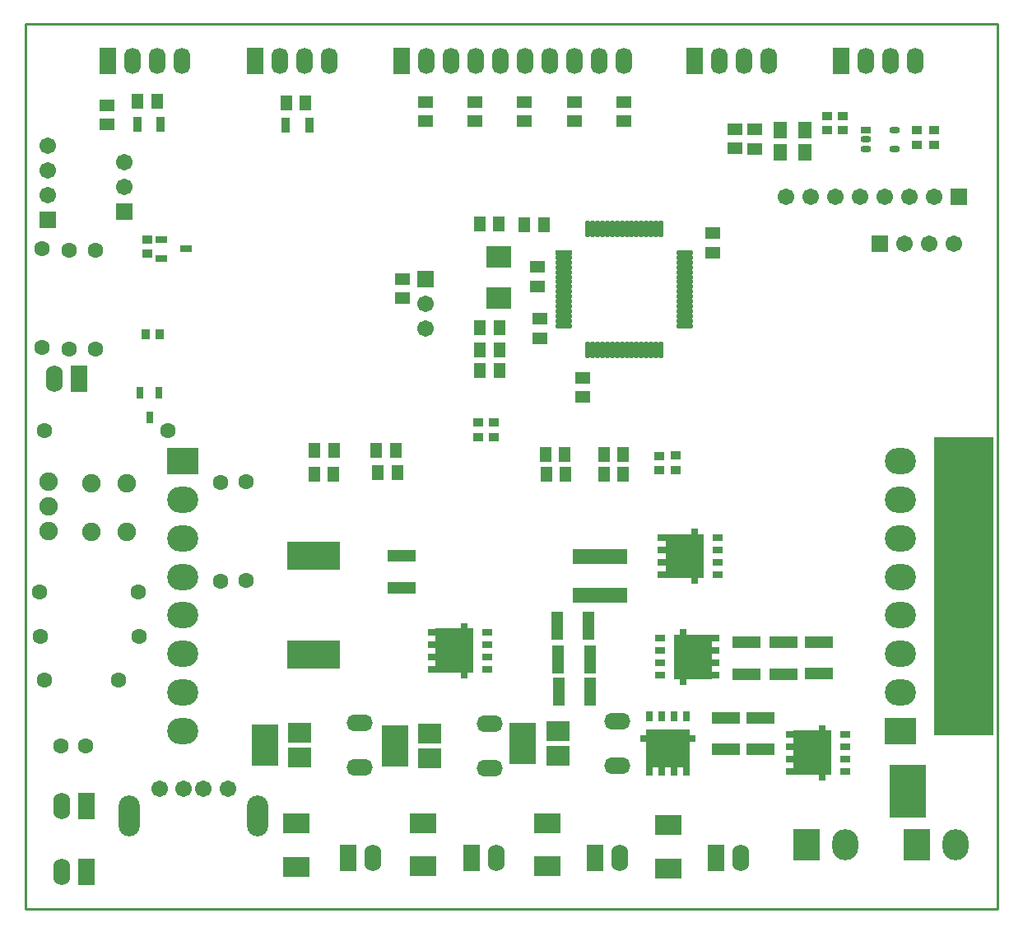
<source format=gts>
%FSLAX25Y25*%
%MOIN*%
G70*
G01*
G75*
G04 Layer_Color=8388736*
%ADD10R,0.03347X0.02756*%
%ADD11O,0.06299X0.01181*%
%ADD12R,0.06299X0.01181*%
%ADD13O,0.01181X0.06299*%
%ADD14R,0.05000X0.06000*%
%ADD15R,0.02756X0.03347*%
%ADD16R,0.05118X0.03937*%
%ADD17R,0.10630X0.03937*%
%ADD18R,0.03543X0.02126*%
%ADD19R,0.01969X0.06299*%
%ADD20R,0.14410X0.07874*%
%ADD21R,0.14410X0.09843*%
%ADD22R,0.21654X0.05630*%
%ADD23R,0.03937X0.10630*%
%ADD24R,0.20866X0.11024*%
%ADD25R,0.03937X0.05118*%
%ADD26R,0.09843X0.15748*%
%ADD27R,0.08661X0.07087*%
%ADD28O,0.09843X0.05906*%
%ADD29R,0.10000X0.07500*%
%ADD30R,0.02126X0.03543*%
%ADD31R,0.06299X0.01969*%
%ADD32R,0.07874X0.14410*%
%ADD33R,0.09843X0.14410*%
%ADD34R,0.02559X0.05315*%
%ADD35R,0.09449X0.08268*%
%ADD36O,0.03543X0.01969*%
%ADD37O,0.03543X0.01969*%
%ADD38R,0.03543X0.01969*%
%ADD39R,0.02362X0.03937*%
%ADD40R,0.03937X0.02362*%
%ADD41C,0.01000*%
%ADD42C,0.00800*%
%ADD43C,0.03000*%
%ADD44C,0.01500*%
%ADD45C,0.04000*%
%ADD46C,0.01200*%
%ADD47C,0.02000*%
%ADD48C,0.10000*%
%ADD49C,0.08000*%
%ADD50C,0.05000*%
%ADD51R,0.10571X0.09351*%
%ADD52R,0.10871X0.13938*%
%ADD53R,0.06400X0.08900*%
%ADD54R,0.08600X0.43171*%
%ADD55R,0.10722X0.08773*%
%ADD56R,0.28371X0.07471*%
%ADD57R,0.07400X0.15300*%
%ADD58R,0.44271X0.10500*%
%ADD59R,0.12367X0.05271*%
%ADD60R,0.10200X0.04900*%
%ADD61R,0.04000X0.18600*%
%ADD62R,0.18900X0.05200*%
%ADD63R,0.07300X0.29900*%
%ADD64R,0.24300X1.56600*%
%ADD65R,0.50200X0.62200*%
%ADD66R,0.24100X0.17400*%
%ADD67R,0.25624X0.17093*%
%ADD68R,0.23600X0.17400*%
%ADD69R,0.05906X0.05906*%
%ADD70C,0.05906*%
%ADD71O,0.06000X0.10000*%
%ADD72R,0.06000X0.10000*%
%ADD73O,0.11811X0.09843*%
%ADD74R,0.11811X0.09843*%
%ADD75O,0.05906X0.09843*%
%ADD76R,0.05906X0.09843*%
%ADD77R,0.09843X0.11811*%
%ADD78O,0.09843X0.11811*%
%ADD79R,0.05906X0.05906*%
%ADD80C,0.06693*%
%ADD81C,0.05500*%
%ADD82O,0.07874X0.15748*%
%ADD83C,0.05512*%
%ADD84C,0.03000*%
%ADD85C,0.02000*%
%ADD86C,0.04000*%
%ADD87O,0.05500X0.02500*%
%ADD88R,0.05500X0.02500*%
%ADD89O,0.01181X0.02756*%
%ADD90O,0.02756X0.01181*%
%ADD91R,0.13386X0.07087*%
%ADD92R,0.09100X0.04600*%
%ADD93R,0.04000X0.22000*%
%ADD94R,0.18000X0.06400*%
%ADD95R,0.05200X0.25200*%
%ADD96R,0.18400X0.60700*%
%ADD97R,0.24600X1.31200*%
%ADD98R,0.50100X0.62100*%
%ADD99C,0.00394*%
%ADD100C,0.00500*%
%ADD101C,0.00787*%
%ADD102C,0.00591*%
%ADD103R,0.04724X0.02756*%
%ADD104R,0.01968X0.03543*%
%ADD105R,0.23900X1.20759*%
%ADD106R,0.14900X0.21400*%
%ADD107R,0.04147X0.03556*%
%ADD108O,0.07099X0.01981*%
%ADD109R,0.07099X0.01981*%
%ADD110O,0.01981X0.07099*%
%ADD111R,0.05800X0.06800*%
%ADD112R,0.03556X0.04147*%
%ADD113R,0.05918X0.04737*%
%ADD114R,0.11430X0.04737*%
%ADD115R,0.04343X0.02926*%
%ADD116R,0.02769X0.07099*%
%ADD117R,0.15210X0.08674*%
%ADD118R,0.15210X0.10642*%
%ADD119R,0.22453X0.06430*%
%ADD120R,0.04737X0.11430*%
%ADD121R,0.21666X0.11824*%
%ADD122R,0.04737X0.05918*%
%ADD123R,0.10642X0.16548*%
%ADD124R,0.09461X0.07887*%
%ADD125O,0.10642X0.06706*%
%ADD126R,0.10800X0.08300*%
%ADD127R,0.02926X0.04343*%
%ADD128R,0.07099X0.02769*%
%ADD129R,0.08674X0.15210*%
%ADD130R,0.10642X0.15210*%
%ADD131R,0.03359X0.06115*%
%ADD132R,0.10249X0.09068*%
%ADD133O,0.04343X0.02769*%
%ADD134O,0.04343X0.02769*%
%ADD135R,0.04343X0.02769*%
%ADD136R,0.03162X0.04737*%
%ADD137R,0.04737X0.03162*%
%ADD138R,0.06706X0.06706*%
%ADD139C,0.06706*%
%ADD140O,0.06800X0.10800*%
%ADD141R,0.06800X0.10800*%
%ADD142O,0.12611X0.10642*%
%ADD143R,0.12611X0.10642*%
%ADD144O,0.06706X0.10642*%
%ADD145R,0.06706X0.10642*%
%ADD146R,0.10642X0.12611*%
%ADD147O,0.10642X0.12611*%
%ADD148R,0.06706X0.06706*%
%ADD149C,0.07493*%
%ADD150C,0.06300*%
%ADD151O,0.08674X0.16548*%
%ADD152C,0.06312*%
D41*
X0Y-33D02*
X393701D01*
X0Y-358301D02*
Y-33D01*
Y-358301D02*
X393701D01*
Y-33D01*
D105*
X380127Y-227821D02*
D03*
D106*
X357250Y-310700D02*
D03*
D107*
X183200Y-167399D02*
D03*
Y-161493D02*
D03*
X368061Y-43194D02*
D03*
Y-49100D02*
D03*
X189600Y-161493D02*
D03*
Y-167399D02*
D03*
X256600Y-180905D02*
D03*
Y-175000D02*
D03*
X263200Y-174894D02*
D03*
Y-180800D02*
D03*
X49200Y-93200D02*
D03*
Y-87295D02*
D03*
X331061Y-37300D02*
D03*
Y-43205D02*
D03*
X360838Y-49100D02*
D03*
Y-43194D02*
D03*
X324761Y-43200D02*
D03*
Y-37295D02*
D03*
D108*
X217900Y-100674D02*
D03*
Y-94769D02*
D03*
Y-96737D02*
D03*
Y-98706D02*
D03*
Y-102643D02*
D03*
Y-104611D02*
D03*
Y-106579D02*
D03*
Y-108548D02*
D03*
Y-110517D02*
D03*
Y-112485D02*
D03*
Y-114453D02*
D03*
X267113Y-122328D02*
D03*
Y-120359D02*
D03*
Y-118391D02*
D03*
Y-116422D02*
D03*
Y-114453D02*
D03*
Y-112485D02*
D03*
Y-110517D02*
D03*
Y-108548D02*
D03*
Y-106579D02*
D03*
Y-104611D02*
D03*
Y-102643D02*
D03*
Y-100674D02*
D03*
Y-98706D02*
D03*
Y-96737D02*
D03*
Y-94769D02*
D03*
Y-92800D02*
D03*
X217900Y-116422D02*
D03*
Y-120359D02*
D03*
Y-118391D02*
D03*
Y-122328D02*
D03*
D109*
Y-92800D02*
D03*
D110*
X227743Y-132170D02*
D03*
X229711D02*
D03*
X231680D02*
D03*
X233648D02*
D03*
X235617D02*
D03*
X237585D02*
D03*
X239554D02*
D03*
X241522D02*
D03*
X243491D02*
D03*
X245459D02*
D03*
X247428D02*
D03*
X249396D02*
D03*
X251365D02*
D03*
X253333D02*
D03*
X255302D02*
D03*
X257270D02*
D03*
Y-82958D02*
D03*
X255302D02*
D03*
X253333D02*
D03*
X251365D02*
D03*
X249396D02*
D03*
X247428D02*
D03*
X245459D02*
D03*
X243491D02*
D03*
X241522D02*
D03*
X239554D02*
D03*
X237585D02*
D03*
X235617D02*
D03*
X233648D02*
D03*
X231680D02*
D03*
X229711D02*
D03*
X227743D02*
D03*
D111*
X305661Y-52000D02*
D03*
Y-43000D02*
D03*
X315761Y-52100D02*
D03*
Y-43100D02*
D03*
D112*
X48472Y-125900D02*
D03*
X54377D02*
D03*
D113*
X295200Y-42900D02*
D03*
Y-50774D02*
D03*
X287400Y-42700D02*
D03*
Y-50574D02*
D03*
X242177Y-31700D02*
D03*
Y-39574D02*
D03*
X222152D02*
D03*
Y-31700D02*
D03*
X162077D02*
D03*
Y-39574D02*
D03*
X152677Y-111200D02*
D03*
Y-103326D02*
D03*
X182102Y-31700D02*
D03*
Y-39574D02*
D03*
X202127Y-31700D02*
D03*
Y-39574D02*
D03*
X207200Y-106300D02*
D03*
Y-98426D02*
D03*
X208200Y-119426D02*
D03*
Y-127300D02*
D03*
X225600Y-143326D02*
D03*
Y-151200D02*
D03*
X278300Y-92774D02*
D03*
Y-84900D02*
D03*
X33077Y-40874D02*
D03*
Y-33000D02*
D03*
D114*
X321177Y-263100D02*
D03*
Y-250305D02*
D03*
X292077Y-263300D02*
D03*
Y-250505D02*
D03*
X306977Y-263400D02*
D03*
Y-250605D02*
D03*
X283477Y-293800D02*
D03*
Y-281005D02*
D03*
X152177Y-215600D02*
D03*
Y-228395D02*
D03*
X297477Y-293800D02*
D03*
Y-281005D02*
D03*
D115*
X278955Y-258938D02*
D03*
Y-248938D02*
D03*
X256917D02*
D03*
X278955Y-263938D02*
D03*
X256917Y-258938D02*
D03*
Y-263938D02*
D03*
X278955Y-253938D02*
D03*
X256917D02*
D03*
X258099Y-213162D02*
D03*
Y-223162D02*
D03*
X280137D02*
D03*
X258099Y-208162D02*
D03*
X280137Y-213162D02*
D03*
Y-208162D02*
D03*
X258099Y-218162D02*
D03*
X280137D02*
D03*
X309899Y-292662D02*
D03*
Y-302662D02*
D03*
X331937D02*
D03*
X309899Y-287662D02*
D03*
X331937Y-292662D02*
D03*
Y-287662D02*
D03*
X309899Y-297662D02*
D03*
X331937D02*
D03*
X164999Y-251362D02*
D03*
Y-261362D02*
D03*
X187037D02*
D03*
X164999Y-246362D02*
D03*
X187037Y-251362D02*
D03*
Y-246362D02*
D03*
X164999Y-256362D02*
D03*
X187037D02*
D03*
D116*
X266169Y-248564D02*
D03*
Y-264312D02*
D03*
X270885Y-223536D02*
D03*
Y-207788D02*
D03*
X322685Y-303036D02*
D03*
Y-287288D02*
D03*
X177785Y-261736D02*
D03*
Y-245988D02*
D03*
D117*
X270205Y-251817D02*
D03*
X266850Y-220283D02*
D03*
X318650Y-299783D02*
D03*
X173750Y-258483D02*
D03*
D118*
X270205Y-260059D02*
D03*
X266850Y-212041D02*
D03*
X318650Y-291541D02*
D03*
X173750Y-250241D02*
D03*
D119*
X232777Y-231606D02*
D03*
Y-215700D02*
D03*
D120*
X228077Y-243800D02*
D03*
X215282D02*
D03*
X228677Y-270300D02*
D03*
X215882D02*
D03*
X228477Y-257300D02*
D03*
X215682D02*
D03*
D121*
X116777Y-215536D02*
D03*
Y-255300D02*
D03*
D122*
X218677Y-182474D02*
D03*
X210803D02*
D03*
X242077Y-182374D02*
D03*
X234203D02*
D03*
X142600Y-181900D02*
D03*
X150474D02*
D03*
X218377Y-174300D02*
D03*
X210503D02*
D03*
X242077D02*
D03*
X234203D02*
D03*
X142000Y-172900D02*
D03*
X149874D02*
D03*
X53177Y-31300D02*
D03*
X45303D02*
D03*
X184000Y-140500D02*
D03*
X191874D02*
D03*
X113400Y-32100D02*
D03*
X105526D02*
D03*
X191674Y-81100D02*
D03*
X183800D02*
D03*
X191974Y-123000D02*
D03*
X184100D02*
D03*
X191974Y-132200D02*
D03*
X184100D02*
D03*
X209974Y-81300D02*
D03*
X202100D02*
D03*
X116826Y-182400D02*
D03*
X124700D02*
D03*
X117026Y-172900D02*
D03*
X124900D02*
D03*
D123*
X201298Y-291500D02*
D03*
X149498Y-292400D02*
D03*
X96798Y-292200D02*
D03*
D124*
X215471Y-286579D02*
D03*
X215471Y-296421D02*
D03*
X163671Y-287479D02*
D03*
X163671Y-297321D02*
D03*
X110971Y-287279D02*
D03*
X110971Y-297121D02*
D03*
D125*
X239683Y-282445D02*
D03*
Y-300555D02*
D03*
X187883Y-283345D02*
D03*
Y-301455D02*
D03*
X135183Y-283145D02*
D03*
Y-301255D02*
D03*
D126*
X161026Y-341200D02*
D03*
Y-323700D02*
D03*
X211174Y-341200D02*
D03*
Y-323700D02*
D03*
X109677Y-341300D02*
D03*
Y-323800D02*
D03*
X260177Y-342000D02*
D03*
Y-324500D02*
D03*
D127*
X257656Y-302350D02*
D03*
X267656D02*
D03*
Y-280313D02*
D03*
X252656Y-302350D02*
D03*
X257656Y-280313D02*
D03*
X252656D02*
D03*
X262656Y-302350D02*
D03*
Y-280313D02*
D03*
D128*
X268030Y-289565D02*
D03*
X252282D02*
D03*
D129*
X264777Y-293600D02*
D03*
D130*
X256535D02*
D03*
D131*
X54626Y-40800D02*
D03*
X45177D02*
D03*
X114849Y-41100D02*
D03*
X105400D02*
D03*
D132*
X191700Y-110968D02*
D03*
Y-94432D02*
D03*
D133*
X340238Y-50680D02*
D03*
Y-46940D02*
D03*
X352049Y-50680D02*
D03*
D134*
Y-43200D02*
D03*
D135*
X340238D02*
D03*
D136*
X54077Y-149600D02*
D03*
X50140Y-159442D02*
D03*
X46203Y-149600D02*
D03*
D137*
X55077Y-87300D02*
D03*
X64920Y-91237D02*
D03*
X55077Y-95174D02*
D03*
D138*
X378100Y-70100D02*
D03*
X346100Y-89176D02*
D03*
D139*
X368100Y-70100D02*
D03*
X358100D02*
D03*
X348100D02*
D03*
X338100D02*
D03*
X328100D02*
D03*
X318100D02*
D03*
X308100D02*
D03*
X376100Y-89176D02*
D03*
X366100D02*
D03*
X356100D02*
D03*
X39900Y-56200D02*
D03*
Y-66200D02*
D03*
X162077Y-123400D02*
D03*
Y-113400D02*
D03*
X9100Y-69300D02*
D03*
Y-59300D02*
D03*
Y-49300D02*
D03*
X54277Y-309900D02*
D03*
X64120D02*
D03*
X71994D02*
D03*
X81836D02*
D03*
D140*
X14677Y-316900D02*
D03*
X14477Y-343400D02*
D03*
X240777Y-337950D02*
D03*
X190627D02*
D03*
X140477D02*
D03*
X289477Y-337900D02*
D03*
X11577Y-143800D02*
D03*
D141*
X24677Y-316900D02*
D03*
X24477Y-343400D02*
D03*
X230777Y-337950D02*
D03*
X180627D02*
D03*
X130477D02*
D03*
X279477Y-337900D02*
D03*
X21577Y-143800D02*
D03*
D142*
X354331Y-270742D02*
D03*
Y-255151D02*
D03*
Y-223970D02*
D03*
Y-239561D02*
D03*
Y-177198D02*
D03*
Y-192789D02*
D03*
Y-208380D02*
D03*
X63780Y-255151D02*
D03*
Y-270742D02*
D03*
Y-286333D02*
D03*
Y-223970D02*
D03*
Y-239561D02*
D03*
Y-208380D02*
D03*
Y-192789D02*
D03*
D143*
X354331Y-286333D02*
D03*
X63780Y-177198D02*
D03*
D144*
X102877Y-15000D02*
D03*
X122877D02*
D03*
X112877D02*
D03*
X43177D02*
D03*
X63177D02*
D03*
X53177D02*
D03*
X290977D02*
D03*
X300977D02*
D03*
X280977D02*
D03*
X350377D02*
D03*
X360377D02*
D03*
X340377D02*
D03*
X172177D02*
D03*
X182177D02*
D03*
X162177D02*
D03*
X192177D02*
D03*
X202177D02*
D03*
X242177D02*
D03*
X232177D02*
D03*
X222177D02*
D03*
X212177D02*
D03*
D145*
X92877D02*
D03*
X33177D02*
D03*
X270977D02*
D03*
X330377D02*
D03*
X152177D02*
D03*
D146*
X316287Y-332400D02*
D03*
X361109Y-332300D02*
D03*
D147*
X331877Y-332400D02*
D03*
X376700Y-332300D02*
D03*
D148*
X39900Y-76200D02*
D03*
X162077Y-103400D02*
D03*
X9100Y-79300D02*
D03*
D149*
X40977Y-205685D02*
D03*
Y-186000D02*
D03*
X26577Y-205885D02*
D03*
Y-186200D02*
D03*
X9377Y-205300D02*
D03*
Y-195300D02*
D03*
Y-185300D02*
D03*
D150*
X24177Y-292600D02*
D03*
X14177D02*
D03*
D151*
X42072Y-320924D02*
D03*
X94041D02*
D03*
D152*
X5877Y-248200D02*
D03*
X45877D02*
D03*
X7677Y-265900D02*
D03*
X37677D02*
D03*
X5577Y-230200D02*
D03*
X45577D02*
D03*
X6677Y-131100D02*
D03*
Y-91100D02*
D03*
X17477Y-131700D02*
D03*
Y-91700D02*
D03*
X28377Y-131700D02*
D03*
Y-91700D02*
D03*
X79077Y-185700D02*
D03*
Y-225700D02*
D03*
X89377Y-185600D02*
D03*
Y-225600D02*
D03*
X57500Y-164700D02*
D03*
X7500D02*
D03*
M02*

</source>
